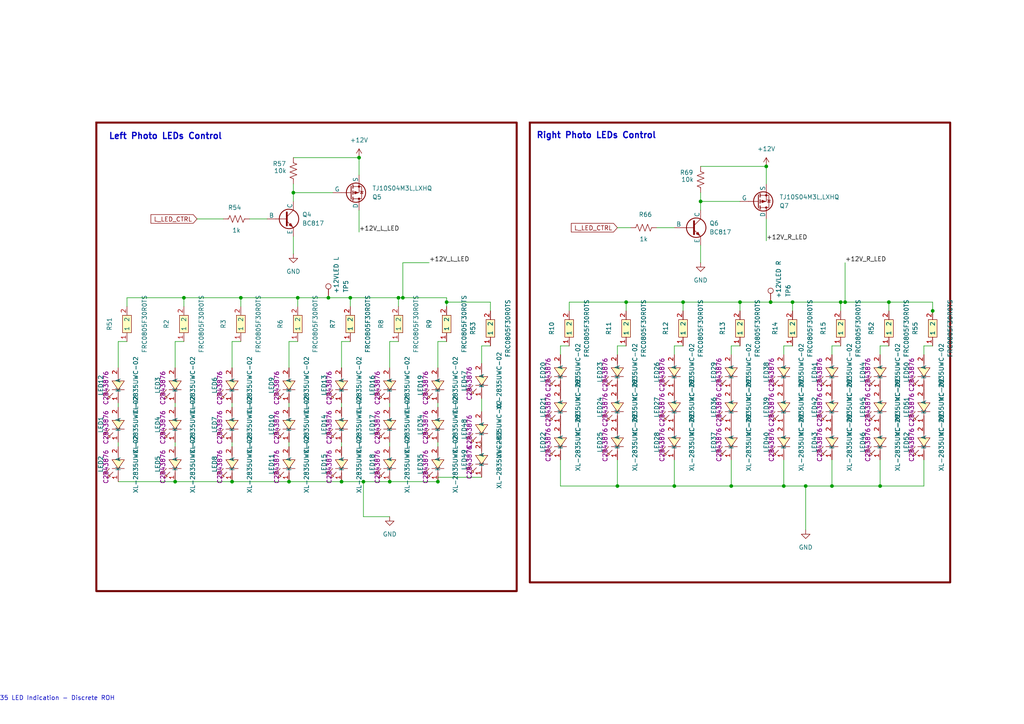
<source format=kicad_sch>
(kicad_sch (version 20250114) (generator "eeschema") (generator_version "9.0")
  (paper "A4")
  (rectangle (start 27.94 35.56) (end 149.86 171.45) (stroke (width 0.5842) (color 110 0 0 1)))
  (rectangle (start 153.67 35.56) (end 275.59 168.91) (stroke (width 0.5842) (color 110 0 0 1)))
  (text "XINGLIGHT XL-2835UWC-02 	\n60mA 6000K~7500K Yellow lens -20℃~+85℃ Positive Stick White 120° 200mW 3.4V SMD2835 LED Indication - Discrete ROH\n\nFigure out:\nHow much current do these LEDs need \n\nhow many batches per transistor thing\n\nwhat is the light angle of these LEDS (if any) without lens is cheaper\n\nCurrent per led = 60mA\nTotal current = 8(columns) x 60mA\n			  = 480mA\nTotal Luminous required = ?? lm  \nPer led luminous = ??? lm\n10 led Luminous = ???? lm" (at -28.194 215.9 0) (effects (font (size 1.27 1.27))))
  (text "Right Photo LEDs Control" (at 172.974 39.37 0) (effects (font (size 1.778 1.778) (thickness 0.3556) (bold yes))))
  (text "Left Photo LEDs Control" (at 48.006 39.624 0) (effects (font (size 1.778 1.778) (thickness 0.3556) (bold yes))))
  (junction (at 179.07 140.97))
  (junction (at 241.3 140.97))
  (junction (at 243.84 87.63))
  (junction (at 101.6 86.36))
  (junction (at 222.25 48.26))
  (junction (at 127 139.7))
  (junction (at 105.41 139.7))
  (junction (at 195.58 140.97))
  (junction (at 116.84 86.36))
  (junction (at 99.06 139.7))
  (junction (at 229.87 87.63))
  (junction (at 115.57 86.36))
  (junction (at 83.82 139.7))
  (junction (at 198.12 87.63))
  (junction (at 67.31 139.7))
  (junction (at 95.25 86.36))
  (junction (at 85.09 55.88))
  (junction (at 227.33 140.97))
  (junction (at 104.14 45.72))
  (junction (at 86.36 86.36))
  (junction (at 257.81 87.63))
  (junction (at 129.54 87.63))
  (junction (at 214.63 87.63))
  (junction (at 53.34 86.36))
  (junction (at 270.51 90.17))
  (junction (at 50.8 139.7))
  (junction (at 212.09 140.97))
  (junction (at 203.2 58.42))
  (junction (at 69.85 86.36))
  (junction (at 255.27 140.97))
  (junction (at 245.11 87.63))
  (junction (at 181.61 87.63))
  (junction (at 113.03 139.7))
  (junction (at 233.68 140.97))
  (junction (at 223.52 87.63))
  (wire (pts (xy 255.27 100.33) (xy 257.81 100.33)))
  (wire (pts (xy 67.31 116.84) (xy 67.31 118.11)))
  (wire (pts (xy 85.09 53.34) (xy 85.09 55.88)))
  (wire (pts (xy 162.56 140.97) (xy 179.07 140.97)))
  (wire (pts (xy 229.87 90.17) (xy 229.87 87.63)))
  (wire (pts (xy 181.61 90.17) (xy 181.61 87.63)))
  (wire (pts (xy 195.58 133.35) (xy 195.58 140.97)))
  (wire (pts (xy 223.52 87.63) (xy 229.87 87.63)))
  (wire (pts (xy 105.41 149.86) (xy 113.03 149.86)))
  (wire (pts (xy 162.56 100.33) (xy 165.1 100.33)))
  (wire (pts (xy 267.97 100.33) (xy 270.51 100.33)))
  (wire (pts (xy 99.06 99.06) (xy 101.6 99.06)))
  (wire (pts (xy 233.68 140.97) (xy 241.3 140.97)))
  (wire (pts (xy 53.34 86.36) (xy 69.85 86.36)))
  (wire (pts (xy 243.84 90.17) (xy 243.84 87.63)))
  (wire (pts (xy 85.09 55.88) (xy 85.09 58.42)))
  (wire (pts (xy 241.3 100.33) (xy 241.3 102.87)))
  (wire (pts (xy 203.2 55.88) (xy 203.2 58.42)))
  (wire (pts (xy 104.14 67.31) (xy 104.14 60.96)))
  (wire (pts (xy 113.03 99.06) (xy 113.03 106.68)))
  (wire (pts (xy 50.8 99.06) (xy 50.8 106.68)))
  (wire (pts (xy 115.57 88.9) (xy 115.57 86.36)))
  (wire (pts (xy 83.82 99.06) (xy 83.82 106.68)))
  (wire (pts (xy 83.82 139.7) (xy 99.06 139.7)))
  (wire (pts (xy 203.2 58.42) (xy 203.2 60.96)))
  (wire (pts (xy 72.39 63.5) (xy 77.47 63.5)))
  (wire (pts (xy 212.09 100.33) (xy 212.09 102.87)))
  (wire (pts (xy 227.33 100.33) (xy 227.33 102.87)))
  (wire (pts (xy 67.31 128.27) (xy 67.31 129.54)))
  (wire (pts (xy 227.33 140.97) (xy 233.68 140.97)))
  (wire (pts (xy 139.7 100.33) (xy 142.24 100.33)))
  (wire (pts (xy 165.1 87.63) (xy 181.61 87.63)))
  (wire (pts (xy 270.51 90.17) (xy 270.51 87.63)))
  (wire (pts (xy 36.83 86.36) (xy 53.34 86.36)))
  (wire (pts (xy 257.81 87.63) (xy 270.51 87.63)))
  (wire (pts (xy 142.24 90.17) (xy 142.24 87.63)))
  (wire (pts (xy 181.61 87.63) (xy 198.12 87.63)))
  (wire (pts (xy 179.07 100.33) (xy 181.61 100.33)))
  (wire (pts (xy 113.03 139.7) (xy 127 139.7)))
  (wire (pts (xy 113.03 128.27) (xy 113.03 129.54)))
  (wire (pts (xy 129.54 87.63) (xy 142.24 87.63)))
  (wire (pts (xy 95.25 86.36) (xy 101.6 86.36)))
  (wire (pts (xy 139.7 128.27) (xy 139.7 129.54)))
  (wire (pts (xy 86.36 86.36) (xy 95.25 86.36)))
  (wire (pts (xy 86.36 88.9) (xy 86.36 86.36)))
  (wire (pts (xy 83.82 116.84) (xy 83.82 118.11)))
  (wire (pts (xy 179.07 100.33) (xy 179.07 102.87)))
  (wire (pts (xy 203.2 58.42) (xy 214.63 58.42)))
  (wire (pts (xy 113.03 99.06) (xy 115.57 99.06)))
  (wire (pts (xy 214.63 87.63) (xy 223.52 87.63)))
  (wire (pts (xy 99.06 139.7) (xy 105.41 139.7)))
  (wire (pts (xy 179.07 133.35) (xy 179.07 140.97)))
  (wire (pts (xy 257.81 90.17) (xy 257.81 87.63)))
  (wire (pts (xy 267.97 140.97) (xy 255.27 140.97)))
  (wire (pts (xy 267.97 133.35) (xy 267.97 140.97)))
  (wire (pts (xy 99.06 128.27) (xy 99.06 129.54)))
  (wire (pts (xy 127 138.43) (xy 127 139.7)))
  (wire (pts (xy 227.33 133.35) (xy 227.33 140.97)))
  (wire (pts (xy 139.7 100.33) (xy 139.7 105.41)))
  (wire (pts (xy 267.97 100.33) (xy 267.97 102.87)))
  (wire (pts (xy 53.34 88.9) (xy 53.34 86.36)))
  (wire (pts (xy 113.03 116.84) (xy 113.03 118.11)))
  (wire (pts (xy 34.29 128.27) (xy 34.29 129.54)))
  (wire (pts (xy 165.1 90.17) (xy 165.1 87.63)))
  (wire (pts (xy 212.09 140.97) (xy 227.33 140.97)))
  (wire (pts (xy 105.41 139.7) (xy 105.41 149.86)))
  (wire (pts (xy 139.7 138.43) (xy 127 138.43)))
  (wire (pts (xy 129.54 88.9) (xy 129.54 87.63)))
  (wire (pts (xy 129.54 87.63) (xy 129.54 86.36)))
  (wire (pts (xy 179.07 66.04) (xy 182.88 66.04)))
  (wire (pts (xy 162.56 100.33) (xy 162.56 102.87)))
  (wire (pts (xy 36.83 88.9) (xy 36.83 86.36)))
  (wire (pts (xy 101.6 88.9) (xy 101.6 86.36)))
  (wire (pts (xy 139.7 115.57) (xy 139.7 119.38)))
  (wire (pts (xy 179.07 140.97) (xy 195.58 140.97)))
  (wire (pts (xy 34.29 99.06) (xy 36.83 99.06)))
  (wire (pts (xy 104.14 45.72) (xy 104.14 50.8)))
  (wire (pts (xy 195.58 140.97) (xy 212.09 140.97)))
  (wire (pts (xy 198.12 87.63) (xy 214.63 87.63)))
  (wire (pts (xy 50.8 139.7) (xy 67.31 139.7)))
  (wire (pts (xy 162.56 133.35) (xy 162.56 140.97)))
  (wire (pts (xy 34.29 99.06) (xy 34.29 106.68)))
  (wire (pts (xy 85.09 68.58) (xy 85.09 73.66)))
  (wire (pts (xy 101.6 86.36) (xy 115.57 86.36)))
  (wire (pts (xy 127 99.06) (xy 127 106.68)))
  (wire (pts (xy 127 128.27) (xy 127 129.54)))
  (wire (pts (xy 214.63 90.17) (xy 214.63 87.63)))
  (wire (pts (xy 69.85 88.9) (xy 69.85 86.36)))
  (wire (pts (xy 243.84 87.63) (xy 245.11 87.63)))
  (wire (pts (xy 270.51 91.44) (xy 270.51 90.17)))
  (wire (pts (xy 227.33 100.33) (xy 229.87 100.33)))
  (wire (pts (xy 245.11 76.2) (xy 245.11 87.63)))
  (wire (pts (xy 255.27 133.35) (xy 255.27 140.97)))
  (wire (pts (xy 50.8 116.84) (xy 50.8 118.11)))
  (wire (pts (xy 50.8 128.27) (xy 50.8 129.54)))
  (wire (pts (xy 83.82 128.27) (xy 83.82 129.54)))
  (wire (pts (xy 105.41 139.7) (xy 113.03 139.7)))
  (wire (pts (xy 67.31 99.06) (xy 67.31 106.68)))
  (wire (pts (xy 99.06 116.84) (xy 99.06 118.11)))
  (wire (pts (xy 83.82 99.06) (xy 86.36 99.06)))
  (wire (pts (xy 222.25 69.85) (xy 222.25 63.5)))
  (wire (pts (xy 241.3 100.33) (xy 243.84 100.33)))
  (wire (pts (xy 212.09 100.33) (xy 214.63 100.33)))
  (wire (pts (xy 233.68 140.97) (xy 233.68 153.67)))
  (wire (pts (xy 69.85 86.36) (xy 86.36 86.36)))
  (wire (pts (xy 85.09 55.88) (xy 96.52 55.88)))
  (wire (pts (xy 116.84 76.2) (xy 124.46 76.2)))
  (wire (pts (xy 241.3 140.97) (xy 255.27 140.97)))
  (wire (pts (xy 195.58 100.33) (xy 195.58 102.87)))
  (wire (pts (xy 195.58 100.33) (xy 198.12 100.33)))
  (wire (pts (xy 116.84 86.36) (xy 129.54 86.36)))
  (wire (pts (xy 229.87 87.63) (xy 243.84 87.63)))
  (wire (pts (xy 116.84 76.2) (xy 116.84 86.36)))
  (wire (pts (xy 67.31 139.7) (xy 83.82 139.7)))
  (wire (pts (xy 212.09 133.35) (xy 212.09 140.97)))
  (wire (pts (xy 241.3 133.35) (xy 241.3 140.97)))
  (wire (pts (xy 34.29 116.84) (xy 34.29 118.11)))
  (wire (pts (xy 99.06 99.06) (xy 99.06 106.68)))
  (wire (pts (xy 203.2 48.26) (xy 222.25 48.26)))
  (wire (pts (xy 255.27 100.33) (xy 255.27 102.87)))
  (wire (pts (xy 198.12 90.17) (xy 198.12 87.63)))
  (wire (pts (xy 203.2 71.12) (xy 203.2 76.2)))
  (wire (pts (xy 127 99.06) (xy 129.54 99.06)))
  (wire (pts (xy 190.5 66.04) (xy 195.58 66.04)))
  (wire (pts (xy 127 116.84) (xy 127 118.11)))
  (wire (pts (xy 115.57 86.36) (xy 116.84 86.36)))
  (wire (pts (xy 50.8 99.06) (xy 53.34 99.06)))
  (wire (pts (xy 85.09 45.72) (xy 104.14 45.72)))
  (wire (pts (xy 57.15 63.5) (xy 64.77 63.5)))
  (wire (pts (xy 245.11 87.63) (xy 257.81 87.63)))
  (wire (pts (xy 67.31 99.06) (xy 69.85 99.06)))
  (wire (pts (xy 34.29 139.7) (xy 50.8 139.7)))
  (wire (pts (xy 222.25 48.26) (xy 222.25 53.34)))
  (label "+12V_R_LED" (at 245.11 76.2 0))
  (label "+12V_L_LED" (at 104.14 67.31 0))
  (label "+12V_R_LED" (at 222.25 69.85 0))
  (label "+12V_L_LED" (at 124.46 76.2 0))
  (global_label "L_LED_CTRL" (shape input) (at 179.07 66.04 180) (property "Intersheetrefs" "${INTERSHEET_REFS}" (effects (hide yes))))
  (global_label "L_LED_CTRL" (shape input) (at 57.15 63.5 180) (property "Intersheetrefs" "${INTERSHEET_REFS}" (effects (hide yes))))
  (symbol (lib_id "easyeda2kicad:FRC0805F30R0TS") (at 69.85 93.98 90) (unit 1)
    (property "Reference" "R3" (at 64.77 93.98 0))
    (property "Value" "FRC0805F30R0TS" (at 74.93 93.98 0))
    (property "Footprint" "easyeda2kicad:R0805" (effects (hide yes)))
    (property "Description" "1W Thick Film Resistors 200V ±100ppm/℃ ±5% 180Ω 2512 Chip Resistor - Surface Mount ROHS" (effects (hide yes)))
    (property "LCSC Part no " "C2934094" (effects (hide yes)))
    (property "LCSC Part" "C2907256" (effects (hide yes)))
  )
  (symbol (lib_id "power:+12V") (at 222.25 48.26 0) (unit 1)
    (property "Reference" "#PWR080" (effects (hide yes)))
    (property "Value" "+12V" (at 222.25 43.18 0))
    (property "Description" "Power symbol creates a global label with name \"+12V\"" (effects (hide yes)))
  )
  (symbol (lib_id "BC817:BC817_NPN_BJT") (at 200.66 66.04 0) (unit 1)
    (property "Reference" "Q6" (at 205.74 64.7699 0) (effects (justify left)))
    (property "Value" "BC817" (at 205.74 67.3099 0) (effects (justify left)))
    (property "Footprint" "Package_TO_SOT_SMD:SOT-23" (effects (hide yes)))
    (property "Datasheet" "https://ngspice.sourceforge.io/docs/ngspice-html-manual/manual.xhtml#cha_BJTs" (effects (hide yes)))
    (property "Description" "Bipolar transistor symbol for simulation only, substrate tied to the emitter" (effects (hide yes)))
    (property "Sim.Device" "NPN" (effects (hide yes)))
    (property "Sim.Type" "GUMMELPOON" (effects (hide yes)))
    (property "Sim.Pins" "1=C 2=B 3=E" (effects (hide yes)))
    (property "LCSC Part no " "C39828" (effects (hide yes)))
  )
  (symbol (lib_id "easyeda2kicad:XL-2835UWC-02") (at 113.03 111.76 90) (unit 1)
    (property "Reference" "LED16" (at 107.95 111.76 0))
    (property "Value" "XL-2835UWC-02" (at 118.11 111.76 0))
    (property "Footprint" "easyeda2kicad:LED-SMD_L3.5-W2.8-RD_1.25T-2PWT" (effects (hide yes)))
    (property "Description" "Light emitting diode" (effects (hide yes)))
    (property "Sim.Pins" "1=K 2=A" (effects (hide yes)))
    (property "LCSC Part no " "C2843876" (at 109.474 112.522 0))
    (property "Digikey Part No" "JB2835BWT-G-B50GA0000-N0000001" (effects (hide yes)))
    (property "LCSC Part" "C2843876" (effects (hide yes)))
  )
  (symbol (lib_id "easyeda2kicad:XL-2835UWC-02") (at 99.06 134.62 90) (unit 1)
    (property "Reference" "LED15" (at 93.98 134.62 0))
    (property "Value" "XL-2835UWC-02" (at 104.14 134.62 0))
    (property "Footprint" "easyeda2kicad:LED-SMD_L3.5-W2.8-RD_1.25T-2PWT" (effects (hide yes)))
    (property "Description" "Light emitting diode" (effects (hide yes)))
    (property "Sim.Pins" "1=K 2=A" (effects (hide yes)))
    (property "LCSC Part no " "C2843876" (at 95.504 135.382 0))
    (property "Digikey Part No" "JB2835BWT-G-B50GA0000-N0000001" (effects (hide yes)))
    (property "LCSC Part" "C2843876" (effects (hide yes)))
  )
  (symbol (lib_id "easyeda2kicad:FRC0805F30R0TS") (at 181.61 95.25 90) (unit 1)
    (property "Reference" "R11" (at 176.53 95.25 0))
    (property "Value" "FRC0805F30R0TS" (at 186.69 95.25 0))
    (property "Footprint" "easyeda2kicad:R0805" (effects (hide yes)))
    (property "Description" "1W Thick Film Resistors 200V ±100ppm/℃ ±5% 180Ω 2512 Chip Resistor - Surface Mount ROHS" (effects (hide yes)))
    (property "LCSC Part no " "C2934094" (effects (hide yes)))
    (property "LCSC Part" "C2907256" (effects (hide yes)))
  )
  (symbol (lib_id "easyeda2kicad:XL-2835UWC-02") (at 241.3 118.11 90) (unit 1)
    (property "Reference" "LED42" (at 236.22 118.11 0))
    (property "Value" "XL-2835UWC-02" (at 246.38 118.11 0))
    (property "Footprint" "easyeda2kicad:LED-SMD_L3.5-W2.8-RD_1.25T-2PWT" (effects (hide yes)))
    (property "Description" "Light emitting diode" (effects (hide yes)))
    (property "Sim.Pins" "1=K 2=A" (effects (hide yes)))
    (property "LCSC Part no " "C2843876" (at 237.744 118.872 0))
    (property "Digikey Part No" "JB2835BWT-G-B50GA0000-N0000001" (effects (hide yes)))
    (property "LCSC Part" "C2843876" (effects (hide yes)))
  )
  (symbol (lib_id "easyeda2kicad:XL-2835UWC-02") (at 255.27 118.11 90) (unit 1)
    (property "Reference" "LED45" (at 250.19 118.11 0))
    (property "Value" "XL-2835UWC-02" (at 260.35 118.11 0))
    (property "Footprint" "easyeda2kicad:LED-SMD_L3.5-W2.8-RD_1.25T-2PWT" (effects (hide yes)))
    (property "Description" "Light emitting diode" (effects (hide yes)))
    (property "Sim.Pins" "1=K 2=A" (effects (hide yes)))
    (property "LCSC Part no " "C2843876" (at 251.714 118.872 0))
    (property "Digikey Part No" "JB2835BWT-G-B50GA0000-N0000001" (effects (hide yes)))
    (property "LCSC Part" "C2843876" (effects (hide yes)))
  )
  (symbol (lib_id "BC817:BC817_NPN_BJT") (at 82.55 63.5 0) (unit 1)
    (property "Reference" "Q4" (at 87.63 62.2299 0) (effects (justify left)))
    (property "Value" "BC817" (at 87.63 64.7699 0) (effects (justify left)))
    (property "Footprint" "Package_TO_SOT_SMD:SOT-23" (effects (hide yes)))
    (property "Datasheet" "https://ngspice.sourceforge.io/docs/ngspice-html-manual/manual.xhtml#cha_BJTs" (effects (hide yes)))
    (property "Description" "Bipolar transistor symbol for simulation only, substrate tied to the emitter" (effects (hide yes)))
    (property "Sim.Device" "NPN" (effects (hide yes)))
    (property "Sim.Type" "GUMMELPOON" (effects (hide yes)))
    (property "Sim.Pins" "1=C 2=B 3=E" (effects (hide yes)))
    (property "LCSC Part no " "C39828" (effects (hide yes)))
  )
  (symbol (lib_id "easyeda2kicad:FRC0805F30R0TS") (at 86.36 93.98 90) (unit 1)
    (property "Reference" "R6" (at 81.28 93.98 0))
    (property "Value" "FRC0805F30R0TS" (at 91.44 93.98 0))
    (property "Footprint" "easyeda2kicad:R0805" (effects (hide yes)))
    (property "Description" "1W Thick Film Resistors 200V ±100ppm/℃ ±5% 180Ω 2512 Chip Resistor - Surface Mount ROHS" (effects (hide yes)))
    (property "LCSC Part no " "C2934094" (effects (hide yes)))
    (property "LCSC Part" "C2907256" (effects (hide yes)))
  )
  (symbol (lib_id "easyeda2kicad:XL-2835UWC-02") (at 67.31 134.62 90) (unit 1)
    (property "Reference" "LED8" (at 62.23 134.62 0))
    (property "Value" "XL-2835UWC-02" (at 72.39 134.62 0))
    (property "Footprint" "easyeda2kicad:LED-SMD_L3.5-W2.8-RD_1.25T-2PWT" (effects (hide yes)))
    (property "Description" "Light emitting diode" (effects (hide yes)))
    (property "Sim.Pins" "1=K 2=A" (effects (hide yes)))
    (property "LCSC Part no " "C2843876" (at 63.754 135.382 0))
    (property "Digikey Part No" "JB2835BWT-G-B50GA0000-N0000001" (effects (hide yes)))
    (property "LCSC Part" "C2843876" (effects (hide yes)))
  )
  (symbol (lib_id "easyeda2kicad:XL-2835UWC-02") (at 50.8 134.62 90) (unit 1)
    (property "Reference" "LED5" (at 45.72 134.62 0))
    (property "Value" "XL-2835UWC-02" (at 55.88 134.62 0))
    (property "Footprint" "easyeda2kicad:LED-SMD_L3.5-W2.8-RD_1.25T-2PWT" (effects (hide yes)))
    (property "Description" "Light emitting diode" (effects (hide yes)))
    (property "Sim.Pins" "1=K 2=A" (effects (hide yes)))
    (property "LCSC Part no " "C2843876" (at 47.244 135.382 0))
    (property "Digikey Part No" "JB2835BWT-G-B50GA0000-N0000001" (effects (hide yes)))
    (property "LCSC Part" "C2843876" (effects (hide yes)))
  )
  (symbol (lib_id "easyeda2kicad:XL-2835UWC-02") (at 162.56 118.11 90) (unit 1)
    (property "Reference" "LED21" (at 157.48 118.11 0))
    (property "Value" "XL-2835UWC-02" (at 167.64 118.11 0))
    (property "Footprint" "easyeda2kicad:LED-SMD_L3.5-W2.8-RD_1.25T-2PWT" (effects (hide yes)))
    (property "Description" "Light emitting diode" (effects (hide yes)))
    (property "Sim.Pins" "1=K 2=A" (effects (hide yes)))
    (property "LCSC Part no " "C2843876" (at 159.004 118.872 0))
    (property "Digikey Part No" "JB2835BWT-G-B50GA0000-N0000001" (effects (hide yes)))
    (property "LCSC Part" "C2843876" (effects (hide yes)))
  )
  (symbol (lib_id "Simulation_SPICE:PMOS") (at 101.6 55.88 0) (mirror x) (unit 1)
    (property "Reference" "Q5" (at 107.95 57.1501 0) (effects (justify left)))
    (property "Value" "TJ10S04M3L,LXHQ" (at 107.95 54.6101 0) (effects (justify left)))
    (property "Footprint" "Package_TO_SOT_SMD:TO-252-2" (effects (hide yes)))
    (property "Datasheet" "https://ngspice.sourceforge.io/docs/ngspice-html-manual/manual.xhtml#cha_MOSFETs" (effects (hide yes)))
    (property "Description" "P-Channel 40 V 10A (Ta) 27W (Tc) Surface Mount DPAK+" (effects (hide yes)))
    (property "Sim.Device" "PMOS" (effects (hide yes)))
    (property "Sim.Type" "VDMOS" (effects (hide yes)))
    (property "Sim.Pins" "1=D 2=G 3=S" (effects (hide yes)))
    (property "LCSC Part no " "C41355200" (effects (hide yes)))
    (property "Digikey Part No" "TJ10S04M3L,LXHQ" (effects (hide yes)))
  )
  (symbol (lib_id "easyeda2kicad:FRC0805F30R0TS") (at 129.54 93.98 90) (unit 1)
    (property "Reference" "R9" (at 124.46 93.98 0))
    (property "Value" "FRC0805F30R0TS" (at 134.62 93.98 0))
    (property "Footprint" "easyeda2kicad:R0805" (effects (hide yes)))
    (property "Description" "1W Thick Film Resistors 200V ±100ppm/℃ ±5% 180Ω 2512 Chip Resistor - Surface Mount ROHS" (effects (hide yes)))
    (property "LCSC Part no " "C2934094" (effects (hide yes)))
    (property "LCSC Part" "C2907256" (effects (hide yes)))
  )
  (symbol (lib_id "easyeda2kicad:XL-2835UWC-02") (at 139.7 124.46 90) (unit 1)
    (property "Reference" "LED48" (at 134.62 124.46 0))
    (property "Value" "XL-2835UWC-02" (at 144.78 124.46 0))
    (property "Footprint" "easyeda2kicad:LED-SMD_L3.5-W2.8-RD_1.25T-2PWT" (effects (hide yes)))
    (property "Description" "Light emitting diode" (effects (hide yes)))
    (property "Sim.Pins" "1=K 2=A" (effects (hide yes)))
    (property "LCSC Part no " "C2843876" (at 136.144 125.222 0))
    (property "Digikey Part No" "JB2835BWT-G-B50GA0000-N0000001" (effects (hide yes)))
    (property "LCSC Part" "C2843876" (effects (hide yes)))
  )
  (symbol (lib_id "easyeda2kicad:XL-2835UWC-02") (at 212.09 107.95 90) (unit 1)
    (property "Reference" "LED29" (at 207.01 107.95 0))
    (property "Value" "XL-2835UWC-02" (at 217.17 107.95 0))
    (property "Footprint" "easyeda2kicad:LED-SMD_L3.5-W2.8-RD_1.25T-2PWT" (effects (hide yes)))
    (property "Description" "Light emitting diode" (effects (hide yes)))
    (property "Sim.Pins" "1=K 2=A" (effects (hide yes)))
    (property "LCSC Part no " "C2843876" (at 208.534 108.712 0))
    (property "Digikey Part No" "JB2835BWT-G-B50GA0000-N0000001" (effects (hide yes)))
    (property "LCSC Part" "C2843876" (effects (hide yes)))
  )
  (symbol (lib_id "Device:R_US") (at 85.09 49.53 180) (unit 1)
    (property "Reference" "R57" (at 81.026 47.498 0))
    (property "Value" "10k" (at 81.28 49.53 0))
    (property "Footprint" "Resistor_SMD:R_0805_2012Metric" (effects (hide yes)))
    (property "Description" "125mW Thick Film Resistors 150V ±100ppm/℃ ±1% 10kΩ 0805 Chip Resistor - Surface Mount ROHS" (effects (hide yes)))
    (property "LCSC Part no " "C84376" (effects (hide yes)))
  )
  (symbol (lib_id "easyeda2kicad:FRC0805F30R0TS") (at 165.1 95.25 90) (unit 1)
    (property "Reference" "R10" (at 160.02 95.25 0))
    (property "Value" "FRC0805F30R0TS" (at 170.18 95.25 0))
    (property "Footprint" "easyeda2kicad:R0805" (effects (hide yes)))
    (property "Description" "1W Thick Film Resistors 200V ±100ppm/℃ ±5% 180Ω 2512 Chip Resistor - Surface Mount ROHS" (effects (hide yes)))
    (property "LCSC Part no " "C2934094" (effects (hide yes)))
    (property "LCSC Part" "C2907256" (effects (hide yes)))
  )
  (symbol (lib_id "easyeda2kicad:XL-2835UWC-02") (at 195.58 128.27 90) (unit 1)
    (property "Reference" "LED28" (at 190.5 128.27 0))
    (property "Value" "XL-2835UWC-02" (at 200.66 128.27 0))
    (property "Footprint" "easyeda2kicad:LED-SMD_L3.5-W2.8-RD_1.25T-2PWT" (effects (hide yes)))
    (property "Description" "Light emitting diode" (effects (hide yes)))
    (property "Sim.Pins" "1=K 2=A" (effects (hide yes)))
    (property "LCSC Part no " "C2843876" (at 192.024 129.032 0))
    (property "Digikey Part No" "JB2835BWT-G-B50GA0000-N0000001" (effects (hide yes)))
    (property "LCSC Part" "C2843876" (effects (hide yes)))
  )
  (symbol (lib_id "easyeda2kicad:XL-2835UWC-02") (at 162.56 128.27 90) (unit 1)
    (property "Reference" "LED22" (at 157.48 128.27 0))
    (property "Value" "XL-2835UWC-02" (at 167.64 128.27 0))
    (property "Footprint" "easyeda2kicad:LED-SMD_L3.5-W2.8-RD_1.25T-2PWT" (effects (hide yes)))
    (property "Description" "Light emitting diode" (effects (hide yes)))
    (property "Sim.Pins" "1=K 2=A" (effects (hide yes)))
    (property "LCSC Part no " "C2843876" (at 159.004 129.032 0))
    (property "Digikey Part No" "JB2835BWT-G-B50GA0000-N0000001" (effects (hide yes)))
    (property "LCSC Part" "C2843876" (effects (hide yes)))
  )
  (symbol (lib_id "easyeda2kicad:XL-2835UWC-02") (at 241.3 128.27 90) (unit 1)
    (property "Reference" "LED43" (at 236.22 128.27 0))
    (property "Value" "XL-2835UWC-02" (at 246.38 128.27 0))
    (property "Footprint" "easyeda2kicad:LED-SMD_L3.5-W2.8-RD_1.25T-2PWT" (effects (hide yes)))
    (property "Description" "Light emitting diode" (effects (hide yes)))
    (property "Sim.Pins" "1=K 2=A" (effects (hide yes)))
    (property "LCSC Part no " "C2843876" (at 237.744 129.032 0))
    (property "Digikey Part No" "JB2835BWT-G-B50GA0000-N0000001" (effects (hide yes)))
    (property "LCSC Part" "C2843876" (effects (hide yes)))
  )
  (symbol (lib_id "easyeda2kicad:XL-2835UWC-02") (at 127 123.19 90) (unit 1)
    (property "Reference" "LED34" (at 121.92 123.19 0))
    (property "Value" "XL-2835UWC-02" (at 132.08 123.19 0))
    (property "Footprint" "easyeda2kicad:LED-SMD_L3.5-W2.8-RD_1.25T-2PWT" (effects (hide yes)))
    (property "Description" "Light emitting diode" (effects (hide yes)))
    (property "Sim.Pins" "1=K 2=A" (effects (hide yes)))
    (property "LCSC Part no " "C2843876" (at 123.444 123.952 0))
    (property "Digikey Part No" "JB2835BWT-G-B50GA0000-N0000001" (effects (hide yes)))
    (property "LCSC Part" "C2843876" (effects (hide yes)))
  )
  (symbol (lib_id "easyeda2kicad:XL-2835UWC-02") (at 267.97 107.95 90) (unit 1)
    (property "Reference" "LED50" (at 262.89 107.95 0))
    (property "Value" "XL-2835UWC-02" (at 273.05 107.95 0))
    (property "Footprint" "easyeda2kicad:LED-SMD_L3.5-W2.8-RD_1.25T-2PWT" (effects (hide yes)))
    (property "Description" "Light emitting diode" (effects (hide yes)))
    (property "Sim.Pins" "1=K 2=A" (effects (hide yes)))
    (property "LCSC Part no " "C2843876" (at 264.414 108.712 0))
    (property "Digikey Part No" "JB2835BWT-G-B50GA0000-N0000001" (effects (hide yes)))
    (property "LCSC Part" "C2843876" (effects (hide yes)))
  )
  (symbol (lib_id "easyeda2kicad:XL-2835UWC-02") (at 83.82 123.19 90) (unit 1)
    (property "Reference" "LED10" (at 78.74 123.19 0))
    (property "Value" "XL-2835UWC-02" (at 88.9 123.19 0))
    (property "Footprint" "easyeda2kicad:LED-SMD_L3.5-W2.8-RD_1.25T-2PWT" (effects (hide yes)))
    (property "Description" "Light emitting diode" (effects (hide yes)))
    (property "Sim.Pins" "1=K 2=A" (effects (hide yes)))
    (property "LCSC Part no " "C2843876" (at 80.264 123.952 0))
    (property "Digikey Part No" "JB2835BWT-G-B50GA0000-N0000001" (effects (hide yes)))
    (property "LCSC Part" "C2843876" (effects (hide yes)))
  )
  (symbol (lib_id "easyeda2kicad:XL-2835UWC-02") (at 34.29 123.19 90) (unit 1)
    (property "Reference" "LED1" (at 29.21 123.19 0))
    (property "Value" "XL-2835UWC-02" (at 39.37 123.19 0))
    (property "Footprint" "easyeda2kicad:LED-SMD_L3.5-W2.8-RD_1.25T-2PWT" (effects (hide yes)))
    (property "Description" "Light emitting diode" (effects (hide yes)))
    (property "Sim.Pins" "1=K 2=A" (effects (hide yes)))
    (property "LCSC Part no " "C2843876" (at 30.734 123.952 0))
    (property "Digikey Part No" "JB2835BWT-G-B50GA0000-N0000001" (effects (hide yes)))
    (property "LCSC Part" "C2843876" (effects (hide yes)))
  )
  (symbol (lib_id "easyeda2kicad:XL-2835UWC-02") (at 34.29 134.62 90) (unit 1)
    (property "Reference" "LED2" (at 29.21 134.62 0))
    (property "Value" "XL-2835UWC-02" (at 39.37 134.62 0))
    (property "Footprint" "easyeda2kicad:LED-SMD_L3.5-W2.8-RD_1.25T-2PWT" (effects (hide yes)))
    (property "Description" "Light emitting diode" (effects (hide yes)))
    (property "Sim.Pins" "1=K 2=A" (effects (hide yes)))
    (property "LCSC Part no " "C2843876" (at 30.734 135.382 0))
    (property "Digikey Part No" "JB2835BWT-G-B50GA0000-N0000001" (effects (hide yes)))
    (property "LCSC Part" "C2843876" (effects (hide yes)))
  )
  (symbol (lib_id "easyeda2kicad:XL-2835UWC-02") (at 99.06 111.76 90) (unit 1)
    (property "Reference" "LED13" (at 93.98 111.76 0))
    (property "Value" "XL-2835UWC-02" (at 104.14 111.76 0))
    (property "Footprint" "easyeda2kicad:LED-SMD_L3.5-W2.8-RD_1.25T-2PWT" (effects (hide yes)))
    (property "Description" "Light emitting diode" (effects (hide yes)))
    (property "Sim.Pins" "1=K 2=A" (effects (hide yes)))
    (property "LCSC Part no " "C2843876" (at 95.504 112.522 0))
    (property "Digikey Part No" "JB2835BWT-G-B50GA0000-N0000001" (effects (hide yes)))
    (property "LCSC Part" "C2843876" (effects (hide yes)))
  )
  (symbol (lib_id "power:GND") (at 85.09 73.66 0) (unit 1)
    (property "Reference" "#PWR076" (effects (hide yes)))
    (property "Value" "GND" (at 85.09 78.74 0))
    (property "Description" "Power symbol creates a global label with name \"GND\" , ground" (effects (hide yes)))
  )
  (symbol (lib_id "easyeda2kicad:XL-2835UWC-02") (at 83.82 111.76 90) (unit 1)
    (property "Reference" "LED9" (at 78.74 111.76 0))
    (property "Value" "XL-2835UWC-02" (at 88.9 111.76 0))
    (property "Footprint" "easyeda2kicad:LED-SMD_L3.5-W2.8-RD_1.25T-2PWT" (effects (hide yes)))
    (property "Description" "Light emitting diode" (effects (hide yes)))
    (property "Sim.Pins" "1=K 2=A" (effects (hide yes)))
    (property "LCSC Part no " "C2843876" (at 80.264 112.522 0))
    (property "Digikey Part No" "JB2835BWT-G-B50GA0000-N0000001" (effects (hide yes)))
    (property "LCSC Part" "C2843876" (effects (hide yes)))
  )
  (symbol (lib_id "power:GND") (at 113.03 149.86 0) (unit 1)
    (property "Reference" "#PWR078" (effects (hide yes)))
    (property "Value" "GND" (at 113.03 154.94 0))
    (property "Description" "Power symbol creates a global label with name \"GND\" , ground" (effects (hide yes)))
  )
  (symbol (lib_id "Connector:TestPoint") (at 223.52 87.63 0) (unit 1)
    (property "Reference" "TP6" (at 228.6 84.328 90))
    (property "Value" "+12VLED R" (at 225.806 81.026 90))
    (property "Footprint" "TestPoint:TestPoint_THTPad_D1.0mm_Drill0.5mm" (effects (hide yes)))
    (property "Description" "test point" (effects (hide yes)))
  )
  (symbol (lib_id "easyeda2kicad:XL-2835UWC-02") (at 127 134.62 90) (unit 1)
    (property "Reference" "LED35" (at 121.92 134.62 0))
    (property "Value" "XL-2835UWC-02" (at 132.08 134.62 0))
    (property "Footprint" "easyeda2kicad:LED-SMD_L3.5-W2.8-RD_1.25T-2PWT" (effects (hide yes)))
    (property "Description" "Light emitting diode" (effects (hide yes)))
    (property "Sim.Pins" "1=K 2=A" (effects (hide yes)))
    (property "LCSC Part no " "C2843876" (at 123.444 135.382 0))
    (property "Digikey Part No" "JB2835BWT-G-B50GA0000-N0000001" (effects (hide yes)))
    (property "LCSC Part" "C2843876" (effects (hide yes)))
  )
  (symbol (lib_id "easyeda2kicad:FRC0805F30R0TS") (at 115.57 93.98 90) (unit 1)
    (property "Reference" "R8" (at 110.49 93.98 0))
    (property "Value" "FRC0805F30R0TS" (at 120.65 93.98 0))
    (property "Footprint" "easyeda2kicad:R0805" (effects (hide yes)))
    (property "Description" "1W Thick Film Resistors 200V ±100ppm/℃ ±5% 180Ω 2512 Chip Resistor - Surface Mount ROHS" (effects (hide yes)))
    (property "LCSC Part no " "C2934094" (effects (hide yes)))
    (property "LCSC Part" "C2907256" (effects (hide yes)))
  )
  (symbol (lib_id "easyeda2kicad:XL-2835UWC-02") (at 212.09 118.11 90) (unit 1)
    (property "Reference" "LED36" (at 207.01 118.11 0))
    (property "Value" "XL-2835UWC-02" (at 217.17 118.11 0))
    (property "Footprint" "easyeda2kicad:LED-SMD_L3.5-W2.8-RD_1.25T-2PWT" (effects (hide yes)))
    (property "Description" "Light emitting diode" (effects (hide yes)))
    (property "Sim.Pins" "1=K 2=A" (effects (hide yes)))
    (property "LCSC Part no " "C2843876" (at 208.534 118.872 0))
    (property "Digikey Part No" "JB2835BWT-G-B50GA0000-N0000001" (effects (hide yes)))
    (property "LCSC Part" "C2843876" (effects (hide yes)))
  )
  (symbol (lib_id "power:+12V") (at 104.14 45.72 0) (unit 1)
    (property "Reference" "#PWR077" (effects (hide yes)))
    (property "Value" "+12V" (at 104.14 40.64 0))
    (property "Description" "Power symbol creates a global label with name \"+12V\"" (effects (hide yes)))
  )
  (symbol (lib_id "easyeda2kicad:FRC0805F30R0TS") (at 214.63 95.25 90) (unit 1)
    (property "Reference" "R13" (at 209.55 95.25 0))
    (property "Value" "FRC0805F30R0TS" (at 219.71 95.25 0))
    (property "Footprint" "easyeda2kicad:R0805" (effects (hide yes)))
    (property "Description" "1W Thick Film Resistors 200V ±100ppm/℃ ±5% 180Ω 2512 Chip Resistor - Surface Mount ROHS" (effects (hide yes)))
    (property "LCSC Part no " "C2934094" (effects (hide yes)))
    (property "LCSC Part" "C2907256" (effects (hide yes)))
  )
  (symbol (lib_id "easyeda2kicad:FRC0805F30R0TS") (at 257.81 95.25 90) (unit 1)
    (property "Reference" "R52" (at 252.73 95.25 0))
    (property "Value" "FRC0805F30R0TS" (at 262.89 95.25 0))
    (property "Footprint" "easyeda2kicad:R0805" (effects (hide yes)))
    (property "Description" "1W Thick Film Resistors 200V ±100ppm/℃ ±5% 180Ω 2512 Chip Resistor - Surface Mount ROHS" (effects (hide yes)))
    (property "LCSC Part no " "C2934094" (effects (hide yes)))
    (property "LCSC Part" "C2907256" (effects (hide yes)))
  )
  (symbol (lib_id "easyeda2kicad:XL-2835UWC-02") (at 255.27 107.95 90) (unit 1)
    (property "Reference" "LED44" (at 250.19 107.95 0))
    (property "Value" "XL-2835UWC-02" (at 260.35 107.95 0))
    (property "Footprint" "easyeda2kicad:LED-SMD_L3.5-W2.8-RD_1.25T-2PWT" (effects (hide yes)))
    (property "Description" "Light emitting diode" (effects (hide yes)))
    (property "Sim.Pins" "1=K 2=A" (effects (hide yes)))
    (property "LCSC Part no " "C2843876" (at 251.714 108.712 0))
    (property "Digikey Part No" "JB2835BWT-G-B50GA0000-N0000001" (effects (hide yes)))
    (property "LCSC Part" "C2843876" (effects (hide yes)))
  )
  (symbol (lib_id "power:GND") (at 203.2 76.2 0) (unit 1)
    (property "Reference" "#PWR079" (effects (hide yes)))
    (property "Value" "GND" (at 203.2 81.28 0))
    (property "Description" "Power symbol creates a global label with name \"GND\" , ground" (effects (hide yes)))
  )
  (symbol (lib_id "easyeda2kicad:XL-2835UWC-02") (at 139.7 133.35 90) (unit 1)
    (property "Reference" "LED49" (at 134.62 133.35 0))
    (property "Value" "XL-2835UWC-02" (at 144.78 133.35 0))
    (property "Footprint" "easyeda2kicad:LED-SMD_L3.5-W2.8-RD_1.25T-2PWT" (effects (hide yes)))
    (property "Description" "Light emitting diode" (effects (hide yes)))
    (property "Sim.Pins" "1=K 2=A" (effects (hide yes)))
    (property "LCSC Part no " "C2843876" (at 136.144 134.112 0))
    (property "Digikey Part No" "JB2835BWT-G-B50GA0000-N0000001" (effects (hide yes)))
    (property "LCSC Part" "C2843876" (effects (hide yes)))
  )
  (symbol (lib_id "easyeda2kicad:XL-2835UWC-02") (at 162.56 107.95 90) (unit 1)
    (property "Reference" "LED20" (at 157.48 107.95 0))
    (property "Value" "XL-2835UWC-02" (at 167.64 107.95 0))
    (property "Footprint" "easyeda2kicad:LED-SMD_L3.5-W2.8-RD_1.25T-2PWT" (effects (hide yes)))
    (property "Description" "Light emitting diode" (effects (hide yes)))
    (property "Sim.Pins" "1=K 2=A" (effects (hide yes)))
    (property "LCSC Part no " "C2843876" (at 159.004 108.712 0))
    (property "Digikey Part No" "JB2835BWT-G-B50GA0000-N0000001" (effects (hide yes)))
    (property "LCSC Part" "C2843876" (effects (hide yes)))
  )
  (symbol (lib_id "easyeda2kicad:XL-2835UWC-02") (at 127 111.76 90) (unit 1)
    (property "Reference" "LED19" (at 121.92 111.76 0))
    (property "Value" "XL-2835UWC-02" (at 132.08 111.76 0))
    (property "Footprint" "easyeda2kicad:LED-SMD_L3.5-W2.8-RD_1.25T-2PWT" (effects (hide yes)))
    (property "Description" "Light emitting diode" (effects (hide yes)))
    (property "Sim.Pins" "1=K 2=A" (effects (hide yes)))
    (property "LCSC Part no " "C2843876" (at 123.444 112.522 0))
    (property "Digikey Part No" "JB2835BWT-G-B50GA0000-N0000001" (effects (hide yes)))
    (property "LCSC Part" "C2843876" (effects (hide yes)))
  )
  (symbol (lib_id "easyeda2kicad:XL-2835UWC-02") (at 227.33 107.95 90) (unit 1)
    (property "Reference" "LED38" (at 222.25 107.95 0))
    (property "Value" "XL-2835UWC-02" (at 232.41 107.95 0))
    (property "Footprint" "easyeda2kicad:LED-SMD_L3.5-W2.8-RD_1.25T-2PWT" (effects (hide yes)))
    (property "Description" "Light emitting diode" (effects (hide yes)))
    (property "Sim.Pins" "1=K 2=A" (effects (hide yes)))
    (property "LCSC Part no " "C2843876" (at 223.774 108.712 0))
    (property "Digikey Part No" "JB2835BWT-G-B50GA0000-N0000001" (effects (hide yes)))
    (property "LCSC Part" "C2843876" (effects (hide yes)))
  )
  (symbol (lib_id "easyeda2kicad:XL-2835UWC-02") (at 227.33 118.11 90) (unit 1)
    (property "Reference" "LED39" (at 222.25 118.11 0))
    (property "Value" "XL-2835UWC-02" (at 232.41 118.11 0))
    (property "Footprint" "easyeda2kicad:LED-SMD_L3.5-W2.8-RD_1.25T-2PWT" (effects (hide yes)))
    (property "Description" "Light emitting diode" (effects (hide yes)))
    (property "Sim.Pins" "1=K 2=A" (effects (hide yes)))
    (property "LCSC Part no " "C2843876" (at 223.774 118.872 0))
    (property "Digikey Part No" "JB2835BWT-G-B50GA0000-N0000001" (effects (hide yes)))
    (property "LCSC Part" "C2843876" (effects (hide yes)))
  )
  (symbol (lib_id "easyeda2kicad:XL-2835UWC-02") (at 113.03 134.62 90) (unit 1)
    (property "Reference" "LED18" (at 107.95 134.62 0))
    (property "Value" "XL-2835UWC-02" (at 118.11 134.62 0))
    (property "Footprint" "easyeda2kicad:LED-SMD_L3.5-W2.8-RD_1.25T-2PWT" (effects (hide yes)))
    (property "Description" "Light emitting diode" (effects (hide yes)))
    (property "Sim.Pins" "1=K 2=A" (effects (hide yes)))
    (property "LCSC Part no " "C2843876" (at 109.474 135.382 0))
    (property "Digikey Part No" "JB2835BWT-G-B50GA0000-N0000001" (effects (hide yes)))
    (property "LCSC Part" "C2843876" (effects (hide yes)))
  )
  (symbol (lib_id "Device:R_US") (at 68.58 63.5 270) (unit 1)
    (property "Reference" "R54" (at 68.072 60.198 90))
    (property "Value" "1k" (at 68.58 66.802 90))
    (property "Footprint" "Resistor_SMD:R_0805_2012Metric" (effects (hide yes)))
    (property "Description" "125mW Thick Film Resistors 150V ±100ppm/℃ ±1% 1kΩ 0805 Chip Resistor - Surface Mount ROHS" (effects (hide yes)))
    (property "LCSC Part no " "C95781" (effects (hide yes)))
  )
  (symbol (lib_id "power:GND") (at 233.68 153.67 0) (unit 1)
    (property "Reference" "#PWR02" (effects (hide yes)))
    (property "Value" "GND" (at 233.68 158.75 0))
    (property "Description" "Power symbol creates a global label with name \"GND\" , ground" (effects (hide yes)))
  )
  (symbol (lib_id "easyeda2kicad:XL-2835UWC-02") (at 195.58 118.11 90) (unit 1)
    (property "Reference" "LED27" (at 190.5 118.11 0))
    (property "Value" "XL-2835UWC-02" (at 200.66 118.11 0))
    (property "Footprint" "easyeda2kicad:LED-SMD_L3.5-W2.8-RD_1.25T-2PWT" (effects (hide yes)))
    (property "Description" "Light emitting diode" (effects (hide yes)))
    (property "Sim.Pins" "1=K 2=A" (effects (hide yes)))
    (property "LCSC Part no " "C2843876" (at 192.024 118.872 0))
    (property "Digikey Part No" "JB2835BWT-G-B50GA0000-N0000001" (effects (hide yes)))
    (property "LCSC Part" "C2843876" (effects (hide yes)))
  )
  (symbol (lib_id "easyeda2kicad:XL-2835UWC-02") (at 255.27 128.27 90) (unit 1)
    (property "Reference" "LED46" (at 250.19 128.27 0))
    (property "Value" "XL-2835UWC-02" (at 260.35 128.27 0))
    (property "Footprint" "easyeda2kicad:LED-SMD_L3.5-W2.8-RD_1.25T-2PWT" (effects (hide yes)))
    (property "Description" "Light emitting diode" (effects (hide yes)))
    (property "Sim.Pins" "1=K 2=A" (effects (hide yes)))
    (property "LCSC Part no " "C2843876" (at 251.714 129.032 0))
    (property "Digikey Part No" "JB2835BWT-G-B50GA0000-N0000001" (effects (hide yes)))
    (property "LCSC Part" "C2843876" (effects (hide yes)))
  )
  (symbol (lib_id "easyeda2kicad:FRC0805F30R0TS") (at 198.12 95.25 90) (unit 1)
    (property "Reference" "R12" (at 193.04 95.25 0))
    (property "Value" "FRC0805F30R0TS" (at 203.2 95.25 0))
    (property "Footprint" "easyeda2kicad:R0805" (effects (hide yes)))
    (property "Description" "1W Thick Film Resistors 200V ±100ppm/℃ ±5% 180Ω 2512 Chip Resistor - Surface Mount ROHS" (effects (hide yes)))
    (property "LCSC Part no " "C2934094" (effects (hide yes)))
    (property "LCSC Part" "C2907256" (effects (hide yes)))
  )
  (symbol (lib_id "easyeda2kicad:XL-2835UWC-02") (at 267.97 118.11 90) (unit 1)
    (property "Reference" "LED51" (at 262.89 118.11 0))
    (property "Value" "XL-2835UWC-02" (at 273.05 118.11 0))
    (property "Footprint" "easyeda2kicad:LED-SMD_L3.5-W2.8-RD_1.25T-2PWT" (effects (hide yes)))
    (property "Description" "Light emitting diode" (effects (hide yes)))
    (property "Sim.Pins" "1=K 2=A" (effects (hide yes)))
    (property "LCSC Part no " "C2843876" (at 264.414 118.872 0))
    (property "Digikey Part No" "JB2835BWT-G-B50GA0000-N0000001" (effects (hide yes)))
    (property "LCSC Part" "C2843876" (effects (hide yes)))
  )
  (symbol (lib_id "easyeda2kicad:XL-2835UWC-02") (at 227.33 128.27 90) (unit 1)
    (property "Reference" "LED40" (at 222.25 128.27 0))
    (property "Value" "XL-2835UWC-02" (at 232.41 128.27 0))
    (property "Footprint" "easyeda2kicad:LED-SMD_L3.5-W2.8-RD_1.25T-2PWT" (effects (hide yes)))
    (property "Description" "Light emitting diode" (effects (hide yes)))
    (property "Sim.Pins" "1=K 2=A" (effects (hide yes)))
    (property "LCSC Part no " "C2843876" (at 223.774 129.032 0))
    (property "Digikey Part No" "JB2835BWT-G-B50GA0000-N0000001" (effects (hide yes)))
    (property "LCSC Part" "C2843876" (effects (hide yes)))
  )
  (symbol (lib_id "easyeda2kicad:XL-2835UWC-02") (at 50.8 111.76 90) (unit 1)
    (property "Reference" "LED3" (at 45.72 111.76 0))
    (property "Value" "XL-2835UWC-02" (at 55.88 111.76 0))
    (property "Footprint" "easyeda2kicad:LED-SMD_L3.5-W2.8-RD_1.25T-2PWT" (effects (hide yes)))
    (property "Description" "Light emitting diode" (effects (hide yes)))
    (property "Sim.Pins" "1=K 2=A" (effects (hide yes)))
    (property "LCSC Part no " "C2843876" (at 47.244 112.522 0))
    (property "Digikey Part No" "JB2835BWT-G-B50GA0000-N0000001" (effects (hide yes)))
    (property "LCSC Part" "C2843876" (effects (hide yes)))
  )
  (symbol (lib_id "easyeda2kicad:XL-2835UWC-02") (at 34.29 111.76 90) (unit 1)
    (property "Reference" "LED12" (at 29.21 111.76 0))
    (property "Value" "XL-2835UWC-02" (at 39.37 111.76 0))
    (property "Footprint" "easyeda2kicad:LED-SMD_L3.5-W2.8-RD_1.25T-2PWT" (effects (hide yes)))
    (property "Description" "Light emitting diode" (effects (hide yes)))
    (property "Sim.Pins" "1=K 2=A" (effects (hide yes)))
    (property "LCSC Part no " "C2843876" (at 30.734 112.522 0))
    (property "Digikey Part No" "JB2835BWT-G-B50GA0000-N0000001" (effects (hide yes)))
    (property "LCSC Part" "C2843876" (effects (hide yes)))
  )
  (symbol (lib_id "easyeda2kicad:XL-2835UWC-02") (at 50.8 123.19 90) (unit 1)
    (property "Reference" "LED4" (at 45.72 123.19 0))
    (property "Value" "XL-2835UWC-02" (at 55.88 123.19 0))
    (property "Footprint" "easyeda2kicad:LED-SMD_L3.5-W2.8-RD_1.25T-2PWT" (effects (hide yes)))
    (property "Description" "Light emitting diode" (effects (hide yes)))
    (property "Sim.Pins" "1=K 2=A" (effects (hide yes)))
    (property "LCSC Part no " "C2843876" (at 47.244 123.952 0))
    (property "Digikey Part No" "JB2835BWT-G-B50GA0000-N0000001" (effects (hide yes)))
    (property "LCSC Part" "C2843876" (effects (hide yes)))
  )
  (symbol (lib_id "easyeda2kicad:XL-2835UWC-02") (at 83.82 134.62 90) (unit 1)
    (property "Reference" "LED11" (at 78.74 134.62 0))
    (property "Value" "XL-2835UWC-02" (at 88.9 134.62 0))
    (property "Footprint" "easyeda2kicad:LED-SMD_L3.5-W2.8-RD_1.25T-2PWT" (effects (hide yes)))
    (property "Description" "Light emitting diode" (effects (hide yes)))
    (property "Sim.Pins" "1=K 2=A" (effects (hide yes)))
    (property "LCSC Part no " "C2843876" (at 80.264 135.382 0))
    (property "Digikey Part No" "JB2835BWT-G-B50GA0000-N0000001" (effects (hide yes)))
    (property "LCSC Part" "C2843876" (effects (hide yes)))
  )
  (symbol (lib_id "Device:R_US") (at 203.2 52.07 180) (unit 1)
    (property "Reference" "R69" (at 199.136 50.038 0))
    (property "Value" "10k" (at 199.39 52.07 0))
    (property "Footprint" "Resistor_SMD:R_0805_2012Metric" (effects (hide yes)))
    (property "Description" "125mW Thick Film Resistors 150V ±100ppm/℃ ±1% 10kΩ 0805 Chip Resistor - Surface Mount ROHS" (effects (hide yes)))
    (property "LCSC Part no " "C84376" (effects (hide yes)))
  )
  (symbol (lib_id "easyeda2kicad:FRC0805F30R0TS") (at 270.51 95.25 90) (unit 1)
    (property "Reference" "R55" (at 265.43 95.25 0))
    (property "Value" "FRC0805F30R0TS" (at 275.59 95.25 0))
    (property "Footprint" "easyeda2kicad:R0805" (effects (hide yes)))
    (property "Description" "1W Thick Film Resistors 200V ±100ppm/℃ ±5% 180Ω 2512 Chip Resistor - Surface Mount ROHS" (effects (hide yes)))
    (property "LCSC Part no " "C2934094" (effects (hide yes)))
    (property "LCSC Part" "C2907256" (effects (hide yes)))
  )
  (symbol (lib_id "easyeda2kicad:FRC0805F30R0TS") (at 53.34 93.98 90) (unit 1)
    (property "Reference" "R2" (at 48.26 93.98 0))
    (property "Value" "FRC0805F30R0TS" (at 58.42 93.98 0))
    (property "Footprint" "easyeda2kicad:R0805" (effects (hide yes)))
    (property "Description" "1W Thick Film Resistors 200V ±100ppm/℃ ±5% 180Ω 2512 Chip Resistor - Surface Mount ROHS" (effects (hide yes)))
    (property "LCSC Part no " "C2934094" (effects (hide yes)))
    (property "LCSC Part" "C2907256" (effects (hide yes)))
  )
  (symbol (lib_id "Device:R_US") (at 186.69 66.04 270) (unit 1)
    (property "Reference" "R66" (at 187.198 62.23 90))
    (property "Value" "1k" (at 186.69 69.342 90))
    (property "Footprint" "Resistor_SMD:R_0805_2012Metric" (effects (hide yes)))
    (property "Description" "125mW Thick Film Resistors 150V ±100ppm/℃ ±1% 1kΩ 0805 Chip Resistor - Surface Mount ROHS" (effects (hide yes)))
    (property "LCSC Part no " "C95781" (effects (hide yes)))
  )
  (symbol (lib_id "Connector:TestPoint") (at 95.25 86.36 0) (unit 1)
    (property "Reference" "TP5" (at 100.33 83.058 90))
    (property "Value" "+12VLED L" (at 97.536 79.756 90))
    (property "Footprint" "TestPoint:TestPoint_THTPad_D1.0mm_Drill0.5mm" (effects (hide yes)))
    (property "Description" "test point" (effects (hide yes)))
  )
  (symbol (lib_id "easyeda2kicad:XL-2835UWC-02") (at 67.31 111.76 90) (unit 1)
    (property "Reference" "LED6" (at 62.23 111.76 0))
    (property "Value" "XL-2835UWC-02" (at 72.39 111.76 0))
    (property "Footprint" "easyeda2kicad:LED-SMD_L3.5-W2.8-RD_1.25T-2PWT" (effects (hide yes)))
    (property "Description" "Light emitting diode" (effects (hide yes)))
    (property "Sim.Pins" "1=K 2=A" (effects (hide yes)))
    (property "LCSC Part no " "C2843876" (at 63.754 112.522 0))
    (property "Digikey Part No" "JB2835BWT-G-B50GA0000-N0000001" (effects (hide yes)))
    (property "LCSC Part" "C2843876" (effects (hide yes)))
  )
  (symbol (lib_id "easyeda2kicad:XL-2835UWC-02") (at 241.3 107.95 90) (unit 1)
    (property "Reference" "LED41" (at 236.22 107.95 0))
    (property "Value" "XL-2835UWC-02" (at 246.38 107.95 0))
    (property "Footprint" "easyeda2kicad:LED-SMD_L3.5-W2.8-RD_1.25T-2PWT" (effects (hide yes)))
    (property "Description" "Light emitting diode" (effects (hide yes)))
    (property "Sim.Pins" "1=K 2=A" (effects (hide yes)))
    (property "LCSC Part no " "C2843876" (at 237.744 108.712 0))
    (property "Digikey Part No" "JB2835BWT-G-B50GA0000-N0000001" (effects (hide yes)))
    (property "LCSC Part" "C2843876" (effects (hide yes)))
  )
  (symbol (lib_id "easyeda2kicad:XL-2835UWC-02") (at 195.58 107.95 90) (unit 1)
    (property "Reference" "LED26" (at 190.5 107.95 0))
    (property "Value" "XL-2835UWC-02" (at 200.66 107.95 0))
    (property "Footprint" "easyeda2kicad:LED-SMD_L3.5-W2.8-RD_1.25T-2PWT" (effects (hide yes)))
    (property "Description" "Light emitting diode" (effects (hide yes)))
    (property "Sim.Pins" "1=K 2=A" (effects (hide yes)))
    (property "LCSC Part no " "C2843876" (at 192.024 108.712 0))
    (property "Digikey Part No" "JB2835BWT-G-B50GA0000-N0000001" (effects (hide yes)))
    (property "LCSC Part" "C2843876" (effects (hide yes)))
  )
  (symbol (lib_id "easyeda2kicad:XL-2835UWC-02") (at 99.06 123.19 90) (unit 1)
    (property "Reference" "LED14" (at 93.98 123.19 0))
    (property "Value" "XL-2835UWC-02" (at 104.14 123.19 0))
    (property "Footprint" "easyeda2kicad:LED-SMD_L3.5-W2.8-RD_1.25T-2PWT" (effects (hide yes)))
    (property "Description" "Light emitting diode" (effects (hide yes)))
    (property "Sim.Pins" "1=K 2=A" (effects (hide yes)))
    (property "LCSC Part no " "C2843876" (at 95.504 123.952 0))
    (property "Digikey Part No" "JB2835BWT-G-B50GA0000-N0000001" (effects (hide yes)))
    (property "LCSC Part" "C2843876" (effects (hide yes)))
  )
  (symbol (lib_id "easyeda2kicad:XL-2835UWC-02") (at 179.07 107.95 90) (unit 1)
    (property "Reference" "LED23" (at 173.99 107.95 0))
    (property "Value" "XL-2835UWC-02" (at 184.15 107.95 0))
    (property "Footprint" "easyeda2kicad:LED-SMD_L3.5-W2.8-RD_1.25T-2PWT" (effects (hide yes)))
    (property "Description" "Light emitting diode" (effects (hide yes)))
    (property "Sim.Pins" "1=K 2=A" (effects (hide yes)))
    (property "LCSC Part no " "C2843876" (at 175.514 108.712 0))
    (property "Digikey Part No" "JB2835BWT-G-B50GA0000-N0000001" (effects (hide yes)))
    (property "LCSC Part" "C2843876" (effects (hide yes)))
  )
  (symbol (lib_id "easyeda2kicad:XL-2835UWC-02") (at 179.07 128.27 90) (unit 1)
    (property "Reference" "LED25" (at 173.99 128.27 0))
    (property "Value" "XL-2835UWC-02" (at 184.15 128.27 0))
    (property "Footprint" "easyeda2kicad:LED-SMD_L3.5-W2.8-RD_1.25T-2PWT" (effects (hide yes)))
    (property "Description" "Light emitting diode" (effects (hide yes)))
    (property "Sim.Pins" "1=K 2=A" (effects (hide yes)))
    (property "LCSC Part no " "C2843876" (at 175.514 129.032 0))
    (property "Digikey Part No" "JB2835BWT-G-B50GA0000-N0000001" (effects (hide yes)))
    (property "LCSC Part" "C2843876" (effects (hide yes)))
  )
  (symbol (lib_id "easyeda2kicad:XL-2835UWC-02") (at 212.09 128.27 90) (unit 1)
    (property "Reference" "LED37" (at 207.01 128.27 0))
    (property "Value" "XL-2835UWC-02" (at 217.17 128.27 0))
    (property "Footprint" "easyeda2kicad:LED-SMD_L3.5-W2.8-RD_1.25T-2PWT" (effects (hide yes)))
    (property "Description" "Light emitting diode" (effects (hide yes)))
    (property "Sim.Pins" "1=K 2=A" (effects (hide yes)))
    (property "LCSC Part no " "C2843876" (at 208.534 129.032 0))
    (property "Digikey Part No" "JB2835BWT-G-B50GA0000-N0000001" (effects (hide yes)))
    (property "LCSC Part" "C2843876" (effects (hide yes)))
  )
  (symbol (lib_id "easyeda2kicad:FRC0805F30R0TS") (at 101.6 93.98 90) (unit 1)
    (property "Reference" "R7" (at 96.52 93.98 0))
    (property "Value" "FRC0805F30R0TS" (at 106.68 93.98 0))
    (property "Footprint" "easyeda2kicad:R0805" (effects (hide yes)))
    (property "Description" "1W Thick Film Resistors 200V ±100ppm/℃ ±5% 180Ω 2512 Chip Resistor - Surface Mount ROHS" (effects (hide yes)))
    (property "LCSC Part no " "C2934094" (effects (hide yes)))
    (property "LCSC Part" "C2907256" (effects (hide yes)))
  )
  (symbol (lib_id "Simulation_SPICE:PMOS") (at 219.71 58.42 0) (mirror x) (unit 1)
    (property "Reference" "Q7" (at 226.06 59.6901 0) (effects (justify left)))
    (property "Value" "TJ10S04M3L,LXHQ" (at 226.06 57.1501 0) (effects (justify left)))
    (property "Footprint" "Package_TO_SOT_SMD:TO-252-2" (effects (hide yes)))
    (property "Datasheet" "https://ngspice.sourceforge.io/docs/ngspice-html-manual/manual.xhtml#cha_MOSFETs" (effects (hide yes)))
    (property "Description" "P-Channel 40 V 10A (Ta) 27W (Tc) Surface Mount DPAK+" (effects (hide yes)))
    (property "Sim.Device" "PMOS" (effects (hide yes)))
    (property "Sim.Type" "VDMOS" (effects (hide yes)))
    (property "Sim.Pins" "1=D 2=G 3=S" (effects (hide yes)))
    (property "LCSC Part no " "C41355200" (effects (hide yes)))
    (property "Digikey Part No" "TJ10S04M3L,LXHQ" (effects (hide yes)))
  )
  (symbol (lib_id "easyeda2kicad:XL-2835UWC-02") (at 67.31 123.19 90) (unit 1)
    (property "Reference" "LED7" (at 62.23 123.19 0))
    (property "Value" "XL-2835UWC-02" (at 72.39 123.19 0))
    (property "Footprint" "easyeda2kicad:LED-SMD_L3.5-W2.8-RD_1.25T-2PWT" (effects (hide yes)))
    (property "Description" "Light emitting diode" (effects (hide yes)))
    (property "Sim.Pins" "1=K 2=A" (effects (hide yes)))
    (property "LCSC Part no " "C2843876" (at 63.754 123.952 0))
    (property "Digikey Part No" "JB2835BWT-G-B50GA0000-N0000001" (effects (hide yes)))
    (property "LCSC Part" "C2843876" (effects (hide yes)))
  )
  (symbol (lib_id "easyeda2kicad:XL-2835UWC-02") (at 139.7 110.49 90) (unit 1)
    (property "Reference" "LED47" (at 134.62 110.49 0))
    (property "Value" "XL-2835UWC-02" (at 144.78 110.49 0))
    (property "Footprint" "easyeda2kicad:LED-SMD_L3.5-W2.8-RD_1.25T-2PWT" (effects (hide yes)))
    (property "Description" "Light emitting diode" (effects (hide yes)))
    (property "Sim.Pins" "1=K 2=A" (effects (hide yes)))
    (property "LCSC Part no " "C2843876" (at 136.144 111.252 0))
    (property "Digikey Part No" "JB2835BWT-G-B50GA0000-N0000001" (effects (hide yes)))
    (property "LCSC Part" "C2843876" (effects (hide yes)))
  )
  (symbol (lib_id "easyeda2kicad:XL-2835UWC-02") (at 179.07 118.11 90) (unit 1)
    (property "Reference" "LED24" (at 173.99 118.11 0))
    (property "Value" "XL-2835UWC-02" (at 184.15 118.11 0))
    (property "Footprint" "easyeda2kicad:LED-SMD_L3.5-W2.8-RD_1.25T-2PWT" (effects (hide yes)))
    (property "Description" "Light emitting diode" (effects (hide yes)))
    (property "Sim.Pins" "1=K 2=A" (effects (hide yes)))
    (property "LCSC Part no " "C2843876" (at 175.514 118.872 0))
    (property "Digikey Part No" "JB2835BWT-G-B50GA0000-N0000001" (effects (hide yes)))
    (property "LCSC Part" "C2843876" (effects (hide yes)))
  )
  (symbol (lib_id "easyeda2kicad:FRC0805F30R0TS") (at 229.87 95.25 90) (unit 1)
    (property "Reference" "R14" (at 224.79 95.25 0))
    (property "Value" "FRC0805F30R0TS" (at 234.95 95.25 0))
    (property "Footprint" "easyeda2kicad:R0805" (effects (hide yes)))
    (property "Description" "1W Thick Film Resistors 200V ±100ppm/℃ ±5% 180Ω 2512 Chip Resistor - Surface Mount ROHS" (effects (hide yes)))
    (property "LCSC Part no " "C2934094" (effects (hide yes)))
    (property "LCSC Part" "C2907256" (effects (hide yes)))
  )
  (symbol (lib_id "easyeda2kicad:XL-2835UWC-02") (at 267.97 128.27 90) (unit 1)
    (property "Reference" "LED52" (at 262.89 128.27 0))
    (property "Value" "XL-2835UWC-02" (at 273.05 128.27 0))
    (property "Footprint" "easyeda2kicad:LED-SMD_L3.5-W2.8-RD_1.25T-2PWT" (effects (hide yes)))
    (property "Description" "Light emitting diode" (effects (hide yes)))
    (property "Sim.Pins" "1=K 2=A" (effects (hide yes)))
    (property "LCSC Part no " "C2843876" (at 264.414 129.032 0))
    (property "Digikey Part No" "JB2835BWT-G-B50GA0000-N0000001" (effects (hide yes)))
    (property "LCSC Part" "C2843876" (effects (hide yes)))
  )
  (symbol (lib_id "easyeda2kicad:XL-2835UWC-02") (at 113.03 123.19 90) (unit 1)
    (property "Reference" "LED17" (at 107.95 123.19 0))
    (property "Value" "XL-2835UWC-02" (at 118.11 123.19 0))
    (property "Footprint" "easyeda2kicad:LED-SMD_L3.5-W2.8-RD_1.25T-2PWT" (effects (hide yes)))
    (property "Description" "Light emitting diode" (effects (hide yes)))
    (property "Sim.Pins" "1=K 2=A" (effects (hide yes)))
    (property "LCSC Part no " "C2843876" (at 109.474 123.952 0))
    (property "Digikey Part No" "JB2835BWT-G-B50GA0000-N0000001" (effects (hide yes)))
    (property "LCSC Part" "C2843876" (effects (hide yes)))
  )
  (symbol (lib_id "easyeda2kicad:FRC0805F30R0TS") (at 142.24 95.25 90) (unit 1)
    (property "Reference" "R53" (at 137.16 95.25 0))
    (property "Value" "FRC0805F30R0TS" (at 147.32 95.25 0))
    (property "Footprint" "easyeda2kicad:R0805" (effects (hide yes)))
    (property "Description" "1W Thick Film Resistors 200V ±100ppm/℃ ±5% 180Ω 2512 Chip Resistor - Surface Mount ROHS" (effects (hide yes)))
    (property "LCSC Part no " "C2934094" (effects (hide yes)))
    (property "LCSC Part" "C2907256" (effects (hide yes)))
  )
  (symbol (lib_id "easyeda2kicad:FRC0805F30R0TS") (at 36.83 93.98 90) (unit 1)
    (property "Reference" "R51" (at 31.75 93.98 0))
    (property "Value" "FRC0805F30R0TS" (at 41.91 93.98 0))
    (property "Footprint" "easyeda2kicad:R0805" (effects (hide yes)))
    (property "Description" "1W Thick Film Resistors 200V ±100ppm/℃ ±5% 180Ω 2512 Chip Resistor - Surface Mount ROHS" (effects (hide yes)))
    (property "LCSC Part no " "C2934094" (effects (hide yes)))
    (property "LCSC Part" "C2907256" (effects (hide yes)))
  )
  (symbol (lib_id "easyeda2kicad:FRC0805F30R0TS") (at 243.84 95.25 90) (unit 1)
    (property "Reference" "R15" (at 238.76 95.25 0))
    (property "Value" "FRC0805F30R0TS" (at 248.92 95.25 0))
    (property "Footprint" "easyeda2kicad:R0805" (effects (hide yes)))
    (property "Description" "1W Thick Film Resistors 200V ±100ppm/℃ ±5% 180Ω 2512 Chip Resistor - Surface Mount ROHS" (effects (hide yes)))
    (property "LCSC Part no " "C2934094" (effects (hide yes)))
    (property "LCSC Part" "C2907256" (effects (hide yes)))
  )
)
</source>
